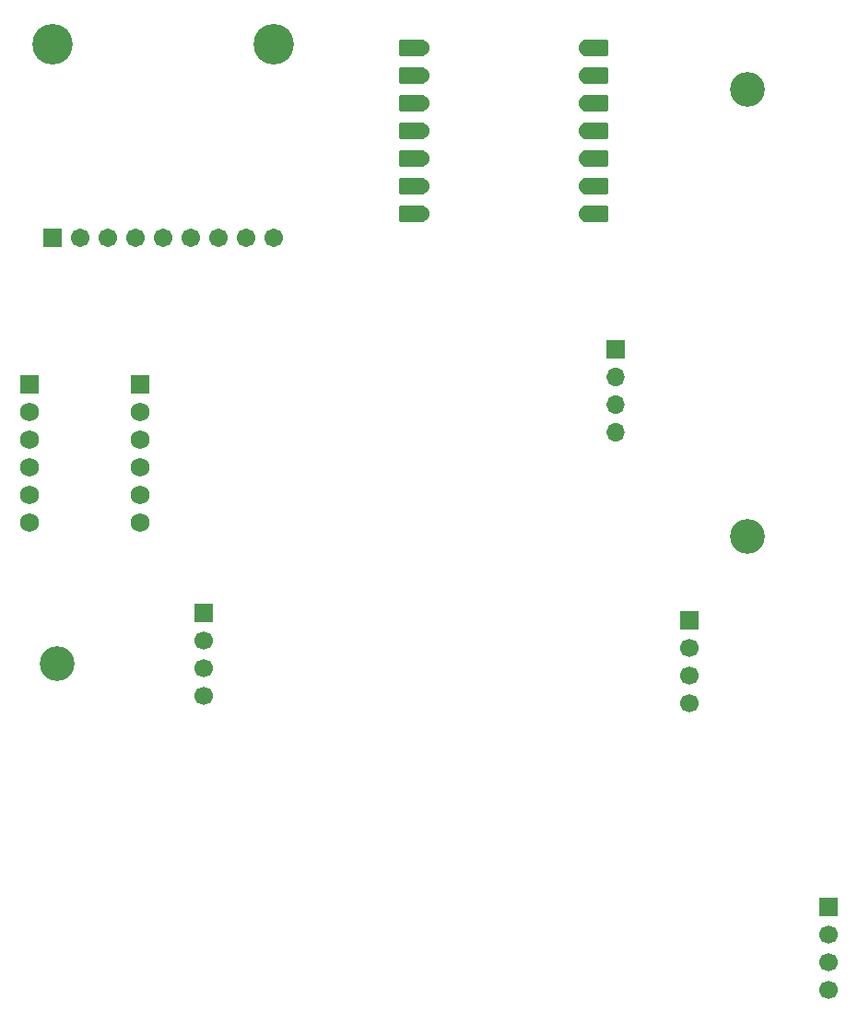
<source format=gbr>
%TF.GenerationSoftware,KiCad,Pcbnew,9.0.6*%
%TF.CreationDate,2025-12-15T19:17:09+00:00*%
%TF.ProjectId,VoltaPCB,566f6c74-6150-4434-922e-6b696361645f,rev?*%
%TF.SameCoordinates,Original*%
%TF.FileFunction,Soldermask,Top*%
%TF.FilePolarity,Negative*%
%FSLAX46Y46*%
G04 Gerber Fmt 4.6, Leading zero omitted, Abs format (unit mm)*
G04 Created by KiCad (PCBNEW 9.0.6) date 2025-12-15 19:17:09*
%MOMM*%
%LPD*%
G01*
G04 APERTURE LIST*
G04 Aperture macros list*
%AMRoundRect*
0 Rectangle with rounded corners*
0 $1 Rounding radius*
0 $2 $3 $4 $5 $6 $7 $8 $9 X,Y pos of 4 corners*
0 Add a 4 corners polygon primitive as box body*
4,1,4,$2,$3,$4,$5,$6,$7,$8,$9,$2,$3,0*
0 Add four circle primitives for the rounded corners*
1,1,$1+$1,$2,$3*
1,1,$1+$1,$4,$5*
1,1,$1+$1,$6,$7*
1,1,$1+$1,$8,$9*
0 Add four rect primitives between the rounded corners*
20,1,$1+$1,$2,$3,$4,$5,0*
20,1,$1+$1,$4,$5,$6,$7,0*
20,1,$1+$1,$6,$7,$8,$9,0*
20,1,$1+$1,$8,$9,$2,$3,0*%
G04 Aperture macros list end*
%ADD10R,1.700000X1.700000*%
%ADD11C,1.700000*%
%ADD12C,3.200000*%
%ADD13RoundRect,0.152400X1.063600X0.609600X-1.063600X0.609600X-1.063600X-0.609600X1.063600X-0.609600X0*%
%ADD14C,1.524000*%
%ADD15RoundRect,0.152400X-1.063600X-0.609600X1.063600X-0.609600X1.063600X0.609600X-1.063600X0.609600X0*%
%ADD16O,1.700000X1.700000*%
%ADD17RoundRect,0.102000X-0.754000X-0.754000X0.754000X-0.754000X0.754000X0.754000X-0.754000X0.754000X0*%
%ADD18C,1.712000*%
%ADD19C,3.720000*%
%ADD20C,1.728000*%
%ADD21RoundRect,0.102000X-0.762000X-0.762000X0.762000X-0.762000X0.762000X0.762000X-0.762000X0.762000X0*%
G04 APERTURE END LIST*
D10*
%TO.C,J2*%
X174800000Y-111470000D03*
D11*
X174800000Y-114010000D03*
X174800000Y-116550000D03*
X174800000Y-119090000D03*
%TD*%
D10*
%TO.C,J5*%
X162010000Y-85080000D03*
D11*
X162010000Y-87620000D03*
X162010000Y-90160000D03*
X162010000Y-92700000D03*
%TD*%
D12*
%TO.C,REF\u002A\u002A*%
X103960000Y-89090000D03*
%TD*%
%TO.C,REF\u002A\u002A*%
X167370000Y-36310000D03*
%TD*%
D13*
%TO.C,U1*%
X136525000Y-32520000D03*
D14*
X137360000Y-32520000D03*
D13*
X136525000Y-35060000D03*
D14*
X137360000Y-35060000D03*
D13*
X136525000Y-37600000D03*
D14*
X137360000Y-37600000D03*
D13*
X136525000Y-40140000D03*
D14*
X137360000Y-40140000D03*
D13*
X136525000Y-42680000D03*
D14*
X137360000Y-42680000D03*
D13*
X136525000Y-45220000D03*
D14*
X137360000Y-45220000D03*
D13*
X136525000Y-47760000D03*
D14*
X137360000Y-47760000D03*
X152600000Y-47760000D03*
D15*
X153435000Y-47760000D03*
D14*
X152600000Y-45220000D03*
D15*
X153435000Y-45220000D03*
D14*
X152600000Y-42680000D03*
D15*
X153435000Y-42680000D03*
D14*
X152600000Y-40140000D03*
D15*
X153435000Y-40140000D03*
D14*
X152600000Y-37600000D03*
D15*
X153435000Y-37600000D03*
D14*
X152600000Y-35060000D03*
D15*
X153435000Y-35060000D03*
D14*
X152600000Y-32520000D03*
D15*
X153435000Y-32520000D03*
%TD*%
D12*
%TO.C,REF\u002A\u002A*%
X167400000Y-77350000D03*
%TD*%
D10*
%TO.C,J1*%
X155255000Y-60225000D03*
D16*
X155255000Y-62765000D03*
X155255000Y-65305000D03*
X155255000Y-67845000D03*
%TD*%
D17*
%TO.C,U3*%
X103547500Y-49990000D03*
D18*
X106087500Y-49990000D03*
X108627500Y-49990000D03*
X111167500Y-49990000D03*
X113707500Y-49990000D03*
X116247500Y-49990000D03*
X118787500Y-49990000D03*
X121327500Y-49990000D03*
X123867500Y-49990000D03*
D19*
X103547500Y-32210000D03*
X123867500Y-32210000D03*
%TD*%
D20*
%TO.C,U2*%
X111610000Y-71080000D03*
X101450000Y-71080000D03*
X111610000Y-68540000D03*
D21*
X111610000Y-63460000D03*
D20*
X111610000Y-66000000D03*
X111610000Y-73620000D03*
X111610000Y-76160000D03*
X101450000Y-68540000D03*
D21*
X101450000Y-63460000D03*
D20*
X101450000Y-66000000D03*
X101450000Y-73620000D03*
X101450000Y-76160000D03*
%TD*%
D10*
%TO.C,J3*%
X117440000Y-84390000D03*
D11*
X117440000Y-86930000D03*
X117440000Y-89470000D03*
X117440000Y-92010000D03*
%TD*%
M02*

</source>
